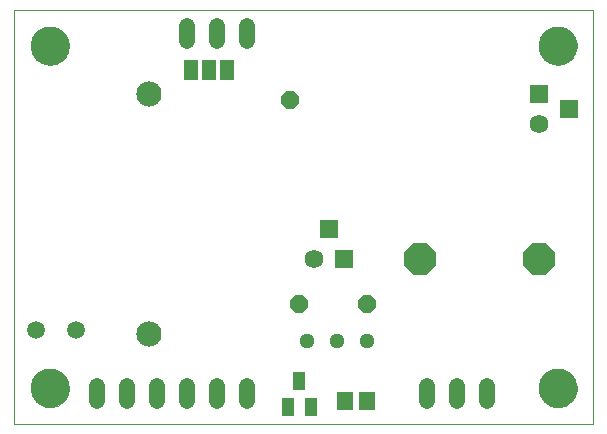
<source format=gbs>
G75*
%MOIN*%
%OFA0B0*%
%FSLAX24Y24*%
%IPPOS*%
%LPD*%
%AMOC8*
5,1,8,0,0,1.08239X$1,22.5*
%
%ADD10C,0.0000*%
%ADD11C,0.1300*%
%ADD12C,0.0625*%
%ADD13R,0.0625X0.0625*%
%ADD14OC8,0.1040*%
%ADD15C,0.0840*%
%ADD16C,0.0520*%
%ADD17C,0.0512*%
%ADD18OC8,0.0600*%
%ADD19R,0.0500X0.0670*%
%ADD20C,0.0591*%
%ADD21R,0.0434X0.0591*%
%ADD22R,0.0552X0.0631*%
D10*
X000100Y000550D02*
X000100Y014330D01*
X019391Y014330D01*
X019391Y000550D01*
X000100Y000550D01*
X000651Y001731D02*
X000653Y001781D01*
X000659Y001831D01*
X000669Y001880D01*
X000683Y001928D01*
X000700Y001975D01*
X000721Y002020D01*
X000746Y002064D01*
X000774Y002105D01*
X000806Y002144D01*
X000840Y002181D01*
X000877Y002215D01*
X000917Y002245D01*
X000959Y002272D01*
X001003Y002296D01*
X001049Y002317D01*
X001096Y002333D01*
X001144Y002346D01*
X001194Y002355D01*
X001243Y002360D01*
X001294Y002361D01*
X001344Y002358D01*
X001393Y002351D01*
X001442Y002340D01*
X001490Y002325D01*
X001536Y002307D01*
X001581Y002285D01*
X001624Y002259D01*
X001665Y002230D01*
X001704Y002198D01*
X001740Y002163D01*
X001772Y002125D01*
X001802Y002085D01*
X001829Y002042D01*
X001852Y001998D01*
X001871Y001952D01*
X001887Y001904D01*
X001899Y001855D01*
X001907Y001806D01*
X001911Y001756D01*
X001911Y001706D01*
X001907Y001656D01*
X001899Y001607D01*
X001887Y001558D01*
X001871Y001510D01*
X001852Y001464D01*
X001829Y001420D01*
X001802Y001377D01*
X001772Y001337D01*
X001740Y001299D01*
X001704Y001264D01*
X001665Y001232D01*
X001624Y001203D01*
X001581Y001177D01*
X001536Y001155D01*
X001490Y001137D01*
X001442Y001122D01*
X001393Y001111D01*
X001344Y001104D01*
X001294Y001101D01*
X001243Y001102D01*
X001194Y001107D01*
X001144Y001116D01*
X001096Y001129D01*
X001049Y001145D01*
X001003Y001166D01*
X000959Y001190D01*
X000917Y001217D01*
X000877Y001247D01*
X000840Y001281D01*
X000806Y001318D01*
X000774Y001357D01*
X000746Y001398D01*
X000721Y001442D01*
X000700Y001487D01*
X000683Y001534D01*
X000669Y001582D01*
X000659Y001631D01*
X000653Y001681D01*
X000651Y001731D01*
X000651Y013148D02*
X000653Y013198D01*
X000659Y013248D01*
X000669Y013297D01*
X000683Y013345D01*
X000700Y013392D01*
X000721Y013437D01*
X000746Y013481D01*
X000774Y013522D01*
X000806Y013561D01*
X000840Y013598D01*
X000877Y013632D01*
X000917Y013662D01*
X000959Y013689D01*
X001003Y013713D01*
X001049Y013734D01*
X001096Y013750D01*
X001144Y013763D01*
X001194Y013772D01*
X001243Y013777D01*
X001294Y013778D01*
X001344Y013775D01*
X001393Y013768D01*
X001442Y013757D01*
X001490Y013742D01*
X001536Y013724D01*
X001581Y013702D01*
X001624Y013676D01*
X001665Y013647D01*
X001704Y013615D01*
X001740Y013580D01*
X001772Y013542D01*
X001802Y013502D01*
X001829Y013459D01*
X001852Y013415D01*
X001871Y013369D01*
X001887Y013321D01*
X001899Y013272D01*
X001907Y013223D01*
X001911Y013173D01*
X001911Y013123D01*
X001907Y013073D01*
X001899Y013024D01*
X001887Y012975D01*
X001871Y012927D01*
X001852Y012881D01*
X001829Y012837D01*
X001802Y012794D01*
X001772Y012754D01*
X001740Y012716D01*
X001704Y012681D01*
X001665Y012649D01*
X001624Y012620D01*
X001581Y012594D01*
X001536Y012572D01*
X001490Y012554D01*
X001442Y012539D01*
X001393Y012528D01*
X001344Y012521D01*
X001294Y012518D01*
X001243Y012519D01*
X001194Y012524D01*
X001144Y012533D01*
X001096Y012546D01*
X001049Y012562D01*
X001003Y012583D01*
X000959Y012607D01*
X000917Y012634D01*
X000877Y012664D01*
X000840Y012698D01*
X000806Y012735D01*
X000774Y012774D01*
X000746Y012815D01*
X000721Y012859D01*
X000700Y012904D01*
X000683Y012951D01*
X000669Y012999D01*
X000659Y013048D01*
X000653Y013098D01*
X000651Y013148D01*
X017580Y013148D02*
X017582Y013198D01*
X017588Y013248D01*
X017598Y013297D01*
X017612Y013345D01*
X017629Y013392D01*
X017650Y013437D01*
X017675Y013481D01*
X017703Y013522D01*
X017735Y013561D01*
X017769Y013598D01*
X017806Y013632D01*
X017846Y013662D01*
X017888Y013689D01*
X017932Y013713D01*
X017978Y013734D01*
X018025Y013750D01*
X018073Y013763D01*
X018123Y013772D01*
X018172Y013777D01*
X018223Y013778D01*
X018273Y013775D01*
X018322Y013768D01*
X018371Y013757D01*
X018419Y013742D01*
X018465Y013724D01*
X018510Y013702D01*
X018553Y013676D01*
X018594Y013647D01*
X018633Y013615D01*
X018669Y013580D01*
X018701Y013542D01*
X018731Y013502D01*
X018758Y013459D01*
X018781Y013415D01*
X018800Y013369D01*
X018816Y013321D01*
X018828Y013272D01*
X018836Y013223D01*
X018840Y013173D01*
X018840Y013123D01*
X018836Y013073D01*
X018828Y013024D01*
X018816Y012975D01*
X018800Y012927D01*
X018781Y012881D01*
X018758Y012837D01*
X018731Y012794D01*
X018701Y012754D01*
X018669Y012716D01*
X018633Y012681D01*
X018594Y012649D01*
X018553Y012620D01*
X018510Y012594D01*
X018465Y012572D01*
X018419Y012554D01*
X018371Y012539D01*
X018322Y012528D01*
X018273Y012521D01*
X018223Y012518D01*
X018172Y012519D01*
X018123Y012524D01*
X018073Y012533D01*
X018025Y012546D01*
X017978Y012562D01*
X017932Y012583D01*
X017888Y012607D01*
X017846Y012634D01*
X017806Y012664D01*
X017769Y012698D01*
X017735Y012735D01*
X017703Y012774D01*
X017675Y012815D01*
X017650Y012859D01*
X017629Y012904D01*
X017612Y012951D01*
X017598Y012999D01*
X017588Y013048D01*
X017582Y013098D01*
X017580Y013148D01*
X017580Y001731D02*
X017582Y001781D01*
X017588Y001831D01*
X017598Y001880D01*
X017612Y001928D01*
X017629Y001975D01*
X017650Y002020D01*
X017675Y002064D01*
X017703Y002105D01*
X017735Y002144D01*
X017769Y002181D01*
X017806Y002215D01*
X017846Y002245D01*
X017888Y002272D01*
X017932Y002296D01*
X017978Y002317D01*
X018025Y002333D01*
X018073Y002346D01*
X018123Y002355D01*
X018172Y002360D01*
X018223Y002361D01*
X018273Y002358D01*
X018322Y002351D01*
X018371Y002340D01*
X018419Y002325D01*
X018465Y002307D01*
X018510Y002285D01*
X018553Y002259D01*
X018594Y002230D01*
X018633Y002198D01*
X018669Y002163D01*
X018701Y002125D01*
X018731Y002085D01*
X018758Y002042D01*
X018781Y001998D01*
X018800Y001952D01*
X018816Y001904D01*
X018828Y001855D01*
X018836Y001806D01*
X018840Y001756D01*
X018840Y001706D01*
X018836Y001656D01*
X018828Y001607D01*
X018816Y001558D01*
X018800Y001510D01*
X018781Y001464D01*
X018758Y001420D01*
X018731Y001377D01*
X018701Y001337D01*
X018669Y001299D01*
X018633Y001264D01*
X018594Y001232D01*
X018553Y001203D01*
X018510Y001177D01*
X018465Y001155D01*
X018419Y001137D01*
X018371Y001122D01*
X018322Y001111D01*
X018273Y001104D01*
X018223Y001101D01*
X018172Y001102D01*
X018123Y001107D01*
X018073Y001116D01*
X018025Y001129D01*
X017978Y001145D01*
X017932Y001166D01*
X017888Y001190D01*
X017846Y001217D01*
X017806Y001247D01*
X017769Y001281D01*
X017735Y001318D01*
X017703Y001357D01*
X017675Y001398D01*
X017650Y001442D01*
X017629Y001487D01*
X017612Y001534D01*
X017598Y001582D01*
X017588Y001631D01*
X017582Y001681D01*
X017580Y001731D01*
D11*
X018210Y001731D03*
X018210Y013148D03*
X001281Y013148D03*
X001281Y001731D03*
D12*
X010100Y006050D03*
X017600Y010550D03*
D13*
X017600Y011550D03*
X018600Y011050D03*
X011100Y006050D03*
X010600Y007050D03*
D14*
X013630Y006050D03*
X017570Y006050D03*
D15*
X004600Y003550D03*
X004600Y011550D03*
D16*
X005850Y013310D02*
X005850Y013790D01*
X006850Y013790D02*
X006850Y013310D01*
X007850Y013310D02*
X007850Y013790D01*
X007850Y001790D02*
X007850Y001310D01*
X006850Y001310D02*
X006850Y001790D01*
X005850Y001790D02*
X005850Y001310D01*
X004850Y001310D02*
X004850Y001790D01*
X003850Y001790D02*
X003850Y001310D01*
X002850Y001310D02*
X002850Y001790D01*
X013850Y001790D02*
X013850Y001310D01*
X014850Y001310D02*
X014850Y001790D01*
X015850Y001790D02*
X015850Y001310D01*
D17*
X011850Y003300D03*
X010850Y003300D03*
X009850Y003300D03*
D18*
X009600Y004550D03*
X011850Y004550D03*
X009275Y011350D03*
D19*
X007185Y012354D03*
X006585Y012354D03*
X005985Y012354D03*
D20*
X002144Y003675D03*
X000806Y003675D03*
D21*
X009226Y001117D03*
X009974Y001117D03*
X009600Y001983D03*
D22*
X011101Y001300D03*
X011849Y001300D03*
M02*

</source>
